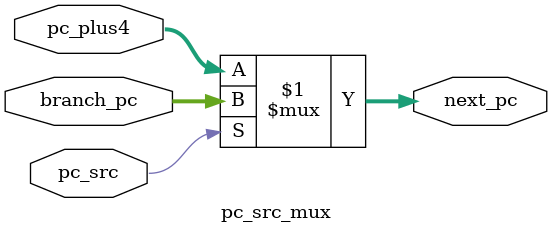
<source format=sv>
module pc_src_mux(
    input  logic       pc_src,
    input  logic [31:0] branch_pc,
    input  logic [31:0] pc_plus4,
    output logic [31:0] next_pc
);

    assign next_pc = (pc_src) ? branch_pc : pc_plus4;

endmodule

// if pc_src is high, next_pc = branch_pc
// otherwise next_pc = pc_plus4 (+4 because it is byte addressed)

</source>
